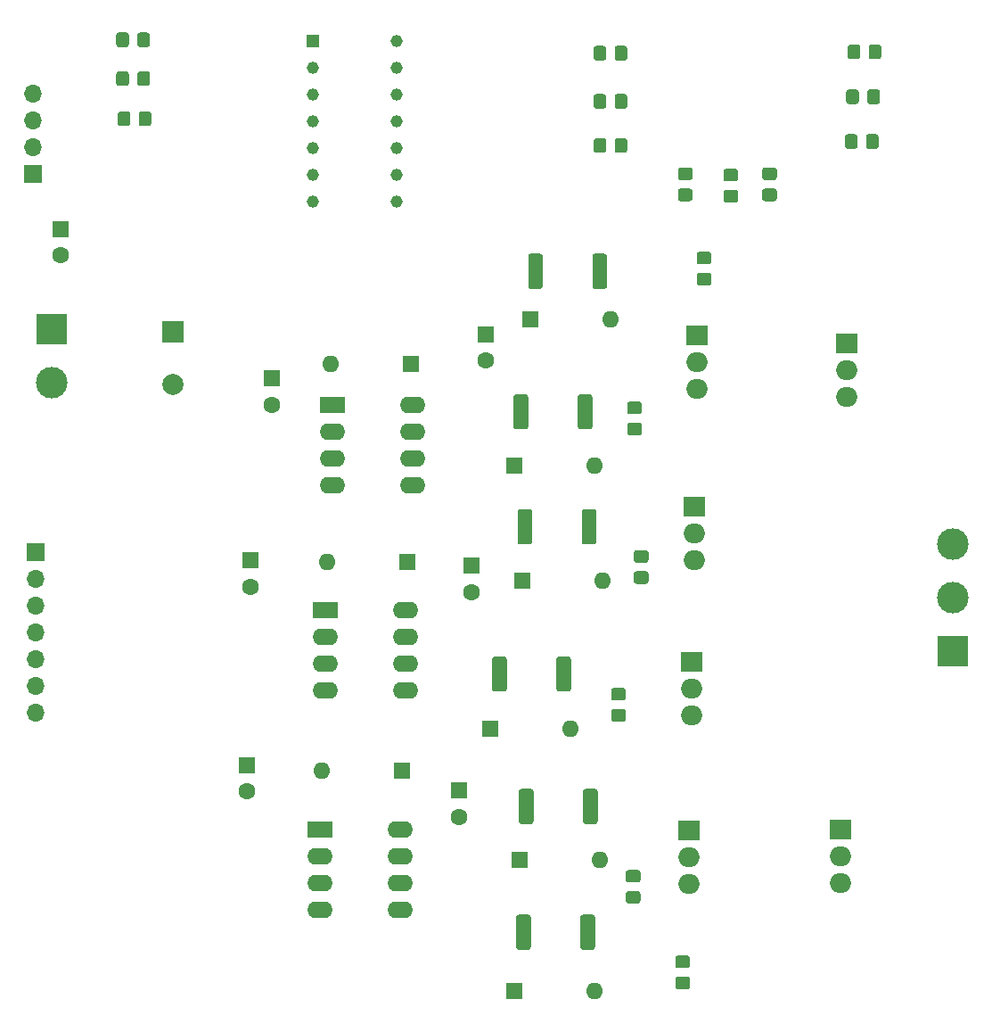
<source format=gts>
%TF.GenerationSoftware,KiCad,Pcbnew,(5.1.8)-1*%
%TF.CreationDate,2020-12-20T02:03:12+03:00*%
%TF.ProjectId,BLDC_SensorlessWithLM339,424c4443-5f53-4656-9e73-6f726c657373,0.3*%
%TF.SameCoordinates,Original*%
%TF.FileFunction,Soldermask,Top*%
%TF.FilePolarity,Negative*%
%FSLAX46Y46*%
G04 Gerber Fmt 4.6, Leading zero omitted, Abs format (unit mm)*
G04 Created by KiCad (PCBNEW (5.1.8)-1) date 2020-12-20 02:03:12*
%MOMM*%
%LPD*%
G01*
G04 APERTURE LIST*
%ADD10C,1.170000*%
%ADD11R,1.170000X1.170000*%
%ADD12O,2.400000X1.600000*%
%ADD13R,2.400000X1.600000*%
%ADD14O,2.000000X1.905000*%
%ADD15R,2.000000X1.905000*%
%ADD16C,3.000000*%
%ADD17R,3.000000X3.000000*%
%ADD18O,1.700000X1.700000*%
%ADD19R,1.700000X1.700000*%
%ADD20O,1.600000X1.600000*%
%ADD21R,1.600000X1.600000*%
%ADD22C,2.000000*%
%ADD23R,2.000000X2.000000*%
%ADD24C,1.600000*%
G04 APERTURE END LIST*
D10*
%TO.C,U4*%
X50071000Y-17272000D03*
X50071000Y-19812000D03*
X50071000Y-22352000D03*
X50071000Y-24892000D03*
X50071000Y-27432000D03*
X50071000Y-29972000D03*
X50071000Y-32512000D03*
X42131000Y-32512000D03*
X42131000Y-29972000D03*
X42131000Y-27432000D03*
X42131000Y-24892000D03*
X42131000Y-22352000D03*
X42131000Y-19812000D03*
D11*
X42131000Y-17272000D03*
%TD*%
D12*
%TO.C,U3*%
X50419000Y-92075000D03*
X42799000Y-99695000D03*
X50419000Y-94615000D03*
X42799000Y-97155000D03*
X50419000Y-97155000D03*
X42799000Y-94615000D03*
X50419000Y-99695000D03*
D13*
X42799000Y-92075000D03*
%TD*%
D12*
%TO.C,U2*%
X50927000Y-71247000D03*
X43307000Y-78867000D03*
X50927000Y-73787000D03*
X43307000Y-76327000D03*
X50927000Y-76327000D03*
X43307000Y-73787000D03*
X50927000Y-78867000D03*
D13*
X43307000Y-71247000D03*
%TD*%
D12*
%TO.C,U1*%
X51562000Y-51816000D03*
X43942000Y-59436000D03*
X51562000Y-54356000D03*
X43942000Y-56896000D03*
X51562000Y-56896000D03*
X43942000Y-54356000D03*
X51562000Y-59436000D03*
D13*
X43942000Y-51816000D03*
%TD*%
%TO.C,R24*%
G36*
G01*
X93834000Y-26346999D02*
X93834000Y-27247001D01*
G75*
G02*
X93584001Y-27497000I-249999J0D01*
G01*
X92883999Y-27497000D01*
G75*
G02*
X92634000Y-27247001I0J249999D01*
G01*
X92634000Y-26346999D01*
G75*
G02*
X92883999Y-26097000I249999J0D01*
G01*
X93584001Y-26097000D01*
G75*
G02*
X93834000Y-26346999I0J-249999D01*
G01*
G37*
G36*
G01*
X95834000Y-26346999D02*
X95834000Y-27247001D01*
G75*
G02*
X95584001Y-27497000I-249999J0D01*
G01*
X94883999Y-27497000D01*
G75*
G02*
X94634000Y-27247001I0J249999D01*
G01*
X94634000Y-26346999D01*
G75*
G02*
X94883999Y-26097000I249999J0D01*
G01*
X95584001Y-26097000D01*
G75*
G02*
X95834000Y-26346999I0J-249999D01*
G01*
G37*
%TD*%
%TO.C,R23*%
G36*
G01*
X93961000Y-22092499D02*
X93961000Y-22992501D01*
G75*
G02*
X93711001Y-23242500I-249999J0D01*
G01*
X93010999Y-23242500D01*
G75*
G02*
X92761000Y-22992501I0J249999D01*
G01*
X92761000Y-22092499D01*
G75*
G02*
X93010999Y-21842500I249999J0D01*
G01*
X93711001Y-21842500D01*
G75*
G02*
X93961000Y-22092499I0J-249999D01*
G01*
G37*
G36*
G01*
X95961000Y-22092499D02*
X95961000Y-22992501D01*
G75*
G02*
X95711001Y-23242500I-249999J0D01*
G01*
X95010999Y-23242500D01*
G75*
G02*
X94761000Y-22992501I0J249999D01*
G01*
X94761000Y-22092499D01*
G75*
G02*
X95010999Y-21842500I249999J0D01*
G01*
X95711001Y-21842500D01*
G75*
G02*
X95961000Y-22092499I0J-249999D01*
G01*
G37*
%TD*%
%TO.C,R22*%
G36*
G01*
X94088000Y-17837999D02*
X94088000Y-18738001D01*
G75*
G02*
X93838001Y-18988000I-249999J0D01*
G01*
X93137999Y-18988000D01*
G75*
G02*
X92888000Y-18738001I0J249999D01*
G01*
X92888000Y-17837999D01*
G75*
G02*
X93137999Y-17588000I249999J0D01*
G01*
X93838001Y-17588000D01*
G75*
G02*
X94088000Y-17837999I0J-249999D01*
G01*
G37*
G36*
G01*
X96088000Y-17837999D02*
X96088000Y-18738001D01*
G75*
G02*
X95838001Y-18988000I-249999J0D01*
G01*
X95137999Y-18988000D01*
G75*
G02*
X94888000Y-18738001I0J249999D01*
G01*
X94888000Y-17837999D01*
G75*
G02*
X95137999Y-17588000I249999J0D01*
G01*
X95838001Y-17588000D01*
G75*
G02*
X96088000Y-17837999I0J-249999D01*
G01*
G37*
%TD*%
%TO.C,R21*%
G36*
G01*
X85921001Y-30461000D02*
X85020999Y-30461000D01*
G75*
G02*
X84771000Y-30211001I0J249999D01*
G01*
X84771000Y-29510999D01*
G75*
G02*
X85020999Y-29261000I249999J0D01*
G01*
X85921001Y-29261000D01*
G75*
G02*
X86171000Y-29510999I0J-249999D01*
G01*
X86171000Y-30211001D01*
G75*
G02*
X85921001Y-30461000I-249999J0D01*
G01*
G37*
G36*
G01*
X85921001Y-32461000D02*
X85020999Y-32461000D01*
G75*
G02*
X84771000Y-32211001I0J249999D01*
G01*
X84771000Y-31510999D01*
G75*
G02*
X85020999Y-31261000I249999J0D01*
G01*
X85921001Y-31261000D01*
G75*
G02*
X86171000Y-31510999I0J-249999D01*
G01*
X86171000Y-32211001D01*
G75*
G02*
X85921001Y-32461000I-249999J0D01*
G01*
G37*
%TD*%
%TO.C,R20*%
G36*
G01*
X82238001Y-30588000D02*
X81337999Y-30588000D01*
G75*
G02*
X81088000Y-30338001I0J249999D01*
G01*
X81088000Y-29637999D01*
G75*
G02*
X81337999Y-29388000I249999J0D01*
G01*
X82238001Y-29388000D01*
G75*
G02*
X82488000Y-29637999I0J-249999D01*
G01*
X82488000Y-30338001D01*
G75*
G02*
X82238001Y-30588000I-249999J0D01*
G01*
G37*
G36*
G01*
X82238001Y-32588000D02*
X81337999Y-32588000D01*
G75*
G02*
X81088000Y-32338001I0J249999D01*
G01*
X81088000Y-31637999D01*
G75*
G02*
X81337999Y-31388000I249999J0D01*
G01*
X82238001Y-31388000D01*
G75*
G02*
X82488000Y-31637999I0J-249999D01*
G01*
X82488000Y-32338001D01*
G75*
G02*
X82238001Y-32588000I-249999J0D01*
G01*
G37*
%TD*%
%TO.C,R19*%
G36*
G01*
X77920001Y-30461000D02*
X77019999Y-30461000D01*
G75*
G02*
X76770000Y-30211001I0J249999D01*
G01*
X76770000Y-29510999D01*
G75*
G02*
X77019999Y-29261000I249999J0D01*
G01*
X77920001Y-29261000D01*
G75*
G02*
X78170000Y-29510999I0J-249999D01*
G01*
X78170000Y-30211001D01*
G75*
G02*
X77920001Y-30461000I-249999J0D01*
G01*
G37*
G36*
G01*
X77920001Y-32461000D02*
X77019999Y-32461000D01*
G75*
G02*
X76770000Y-32211001I0J249999D01*
G01*
X76770000Y-31510999D01*
G75*
G02*
X77019999Y-31261000I249999J0D01*
G01*
X77920001Y-31261000D01*
G75*
G02*
X78170000Y-31510999I0J-249999D01*
G01*
X78170000Y-32211001D01*
G75*
G02*
X77920001Y-32461000I-249999J0D01*
G01*
G37*
%TD*%
%TO.C,R18*%
G36*
G01*
X69958000Y-26727999D02*
X69958000Y-27628001D01*
G75*
G02*
X69708001Y-27878000I-249999J0D01*
G01*
X69007999Y-27878000D01*
G75*
G02*
X68758000Y-27628001I0J249999D01*
G01*
X68758000Y-26727999D01*
G75*
G02*
X69007999Y-26478000I249999J0D01*
G01*
X69708001Y-26478000D01*
G75*
G02*
X69958000Y-26727999I0J-249999D01*
G01*
G37*
G36*
G01*
X71958000Y-26727999D02*
X71958000Y-27628001D01*
G75*
G02*
X71708001Y-27878000I-249999J0D01*
G01*
X71007999Y-27878000D01*
G75*
G02*
X70758000Y-27628001I0J249999D01*
G01*
X70758000Y-26727999D01*
G75*
G02*
X71007999Y-26478000I249999J0D01*
G01*
X71708001Y-26478000D01*
G75*
G02*
X71958000Y-26727999I0J-249999D01*
G01*
G37*
%TD*%
%TO.C,R17*%
G36*
G01*
X69958000Y-22536999D02*
X69958000Y-23437001D01*
G75*
G02*
X69708001Y-23687000I-249999J0D01*
G01*
X69007999Y-23687000D01*
G75*
G02*
X68758000Y-23437001I0J249999D01*
G01*
X68758000Y-22536999D01*
G75*
G02*
X69007999Y-22287000I249999J0D01*
G01*
X69708001Y-22287000D01*
G75*
G02*
X69958000Y-22536999I0J-249999D01*
G01*
G37*
G36*
G01*
X71958000Y-22536999D02*
X71958000Y-23437001D01*
G75*
G02*
X71708001Y-23687000I-249999J0D01*
G01*
X71007999Y-23687000D01*
G75*
G02*
X70758000Y-23437001I0J249999D01*
G01*
X70758000Y-22536999D01*
G75*
G02*
X71007999Y-22287000I249999J0D01*
G01*
X71708001Y-22287000D01*
G75*
G02*
X71958000Y-22536999I0J-249999D01*
G01*
G37*
%TD*%
%TO.C,R16*%
G36*
G01*
X69958000Y-17964999D02*
X69958000Y-18865001D01*
G75*
G02*
X69708001Y-19115000I-249999J0D01*
G01*
X69007999Y-19115000D01*
G75*
G02*
X68758000Y-18865001I0J249999D01*
G01*
X68758000Y-17964999D01*
G75*
G02*
X69007999Y-17715000I249999J0D01*
G01*
X69708001Y-17715000D01*
G75*
G02*
X69958000Y-17964999I0J-249999D01*
G01*
G37*
G36*
G01*
X71958000Y-17964999D02*
X71958000Y-18865001D01*
G75*
G02*
X71708001Y-19115000I-249999J0D01*
G01*
X71007999Y-19115000D01*
G75*
G02*
X70758000Y-18865001I0J249999D01*
G01*
X70758000Y-17964999D01*
G75*
G02*
X71007999Y-17715000I249999J0D01*
G01*
X71708001Y-17715000D01*
G75*
G02*
X71958000Y-17964999I0J-249999D01*
G01*
G37*
%TD*%
%TO.C,R15*%
G36*
G01*
X72193999Y-53486000D02*
X73094001Y-53486000D01*
G75*
G02*
X73344000Y-53735999I0J-249999D01*
G01*
X73344000Y-54436001D01*
G75*
G02*
X73094001Y-54686000I-249999J0D01*
G01*
X72193999Y-54686000D01*
G75*
G02*
X71944000Y-54436001I0J249999D01*
G01*
X71944000Y-53735999D01*
G75*
G02*
X72193999Y-53486000I249999J0D01*
G01*
G37*
G36*
G01*
X72193999Y-51486000D02*
X73094001Y-51486000D01*
G75*
G02*
X73344000Y-51735999I0J-249999D01*
G01*
X73344000Y-52436001D01*
G75*
G02*
X73094001Y-52686000I-249999J0D01*
G01*
X72193999Y-52686000D01*
G75*
G02*
X71944000Y-52436001I0J249999D01*
G01*
X71944000Y-51735999D01*
G75*
G02*
X72193999Y-51486000I249999J0D01*
G01*
G37*
%TD*%
%TO.C,R14*%
G36*
G01*
X78797999Y-39262000D02*
X79698001Y-39262000D01*
G75*
G02*
X79948000Y-39511999I0J-249999D01*
G01*
X79948000Y-40212001D01*
G75*
G02*
X79698001Y-40462000I-249999J0D01*
G01*
X78797999Y-40462000D01*
G75*
G02*
X78548000Y-40212001I0J249999D01*
G01*
X78548000Y-39511999D01*
G75*
G02*
X78797999Y-39262000I249999J0D01*
G01*
G37*
G36*
G01*
X78797999Y-37262000D02*
X79698001Y-37262000D01*
G75*
G02*
X79948000Y-37511999I0J-249999D01*
G01*
X79948000Y-38212001D01*
G75*
G02*
X79698001Y-38462000I-249999J0D01*
G01*
X78797999Y-38462000D01*
G75*
G02*
X78548000Y-38212001I0J249999D01*
G01*
X78548000Y-37511999D01*
G75*
G02*
X78797999Y-37262000I249999J0D01*
G01*
G37*
%TD*%
%TO.C,R13*%
G36*
G01*
X76765999Y-106064000D02*
X77666001Y-106064000D01*
G75*
G02*
X77916000Y-106313999I0J-249999D01*
G01*
X77916000Y-107014001D01*
G75*
G02*
X77666001Y-107264000I-249999J0D01*
G01*
X76765999Y-107264000D01*
G75*
G02*
X76516000Y-107014001I0J249999D01*
G01*
X76516000Y-106313999D01*
G75*
G02*
X76765999Y-106064000I249999J0D01*
G01*
G37*
G36*
G01*
X76765999Y-104064000D02*
X77666001Y-104064000D01*
G75*
G02*
X77916000Y-104313999I0J-249999D01*
G01*
X77916000Y-105014001D01*
G75*
G02*
X77666001Y-105264000I-249999J0D01*
G01*
X76765999Y-105264000D01*
G75*
G02*
X76516000Y-105014001I0J249999D01*
G01*
X76516000Y-104313999D01*
G75*
G02*
X76765999Y-104064000I249999J0D01*
G01*
G37*
%TD*%
%TO.C,R12*%
G36*
G01*
X67247000Y-53876001D02*
X67247000Y-51025999D01*
G75*
G02*
X67496999Y-50776000I249999J0D01*
G01*
X68397001Y-50776000D01*
G75*
G02*
X68647000Y-51025999I0J-249999D01*
G01*
X68647000Y-53876001D01*
G75*
G02*
X68397001Y-54126000I-249999J0D01*
G01*
X67496999Y-54126000D01*
G75*
G02*
X67247000Y-53876001I0J249999D01*
G01*
G37*
G36*
G01*
X61147000Y-53876001D02*
X61147000Y-51025999D01*
G75*
G02*
X61396999Y-50776000I249999J0D01*
G01*
X62297001Y-50776000D01*
G75*
G02*
X62547000Y-51025999I0J-249999D01*
G01*
X62547000Y-53876001D01*
G75*
G02*
X62297001Y-54126000I-249999J0D01*
G01*
X61396999Y-54126000D01*
G75*
G02*
X61147000Y-53876001I0J249999D01*
G01*
G37*
%TD*%
%TO.C,R11*%
G36*
G01*
X68644000Y-40541001D02*
X68644000Y-37690999D01*
G75*
G02*
X68893999Y-37441000I249999J0D01*
G01*
X69794001Y-37441000D01*
G75*
G02*
X70044000Y-37690999I0J-249999D01*
G01*
X70044000Y-40541001D01*
G75*
G02*
X69794001Y-40791000I-249999J0D01*
G01*
X68893999Y-40791000D01*
G75*
G02*
X68644000Y-40541001I0J249999D01*
G01*
G37*
G36*
G01*
X62544000Y-40541001D02*
X62544000Y-37690999D01*
G75*
G02*
X62793999Y-37441000I249999J0D01*
G01*
X63694001Y-37441000D01*
G75*
G02*
X63944000Y-37690999I0J-249999D01*
G01*
X63944000Y-40541001D01*
G75*
G02*
X63694001Y-40791000I-249999J0D01*
G01*
X62793999Y-40791000D01*
G75*
G02*
X62544000Y-40541001I0J249999D01*
G01*
G37*
%TD*%
%TO.C,R10*%
G36*
G01*
X72828999Y-67583000D02*
X73729001Y-67583000D01*
G75*
G02*
X73979000Y-67832999I0J-249999D01*
G01*
X73979000Y-68533001D01*
G75*
G02*
X73729001Y-68783000I-249999J0D01*
G01*
X72828999Y-68783000D01*
G75*
G02*
X72579000Y-68533001I0J249999D01*
G01*
X72579000Y-67832999D01*
G75*
G02*
X72828999Y-67583000I249999J0D01*
G01*
G37*
G36*
G01*
X72828999Y-65583000D02*
X73729001Y-65583000D01*
G75*
G02*
X73979000Y-65832999I0J-249999D01*
G01*
X73979000Y-66533001D01*
G75*
G02*
X73729001Y-66783000I-249999J0D01*
G01*
X72828999Y-66783000D01*
G75*
G02*
X72579000Y-66533001I0J249999D01*
G01*
X72579000Y-65832999D01*
G75*
G02*
X72828999Y-65583000I249999J0D01*
G01*
G37*
%TD*%
%TO.C,R9*%
G36*
G01*
X72066999Y-97936000D02*
X72967001Y-97936000D01*
G75*
G02*
X73217000Y-98185999I0J-249999D01*
G01*
X73217000Y-98886001D01*
G75*
G02*
X72967001Y-99136000I-249999J0D01*
G01*
X72066999Y-99136000D01*
G75*
G02*
X71817000Y-98886001I0J249999D01*
G01*
X71817000Y-98185999D01*
G75*
G02*
X72066999Y-97936000I249999J0D01*
G01*
G37*
G36*
G01*
X72066999Y-95936000D02*
X72967001Y-95936000D01*
G75*
G02*
X73217000Y-96185999I0J-249999D01*
G01*
X73217000Y-96886001D01*
G75*
G02*
X72967001Y-97136000I-249999J0D01*
G01*
X72066999Y-97136000D01*
G75*
G02*
X71817000Y-96886001I0J249999D01*
G01*
X71817000Y-96185999D01*
G75*
G02*
X72066999Y-95936000I249999J0D01*
G01*
G37*
%TD*%
%TO.C,R8*%
G36*
G01*
X70669999Y-80664000D02*
X71570001Y-80664000D01*
G75*
G02*
X71820000Y-80913999I0J-249999D01*
G01*
X71820000Y-81614001D01*
G75*
G02*
X71570001Y-81864000I-249999J0D01*
G01*
X70669999Y-81864000D01*
G75*
G02*
X70420000Y-81614001I0J249999D01*
G01*
X70420000Y-80913999D01*
G75*
G02*
X70669999Y-80664000I249999J0D01*
G01*
G37*
G36*
G01*
X70669999Y-78664000D02*
X71570001Y-78664000D01*
G75*
G02*
X71820000Y-78913999I0J-249999D01*
G01*
X71820000Y-79614001D01*
G75*
G02*
X71570001Y-79864000I-249999J0D01*
G01*
X70669999Y-79864000D01*
G75*
G02*
X70420000Y-79614001I0J249999D01*
G01*
X70420000Y-78913999D01*
G75*
G02*
X70669999Y-78664000I249999J0D01*
G01*
G37*
%TD*%
%TO.C,R7*%
G36*
G01*
X67501000Y-103279001D02*
X67501000Y-100428999D01*
G75*
G02*
X67750999Y-100179000I249999J0D01*
G01*
X68651001Y-100179000D01*
G75*
G02*
X68901000Y-100428999I0J-249999D01*
G01*
X68901000Y-103279001D01*
G75*
G02*
X68651001Y-103529000I-249999J0D01*
G01*
X67750999Y-103529000D01*
G75*
G02*
X67501000Y-103279001I0J249999D01*
G01*
G37*
G36*
G01*
X61401000Y-103279001D02*
X61401000Y-100428999D01*
G75*
G02*
X61650999Y-100179000I249999J0D01*
G01*
X62551001Y-100179000D01*
G75*
G02*
X62801000Y-100428999I0J-249999D01*
G01*
X62801000Y-103279001D01*
G75*
G02*
X62551001Y-103529000I-249999J0D01*
G01*
X61650999Y-103529000D01*
G75*
G02*
X61401000Y-103279001I0J249999D01*
G01*
G37*
%TD*%
%TO.C,R6*%
G36*
G01*
X65215000Y-78768001D02*
X65215000Y-75917999D01*
G75*
G02*
X65464999Y-75668000I249999J0D01*
G01*
X66365001Y-75668000D01*
G75*
G02*
X66615000Y-75917999I0J-249999D01*
G01*
X66615000Y-78768001D01*
G75*
G02*
X66365001Y-79018000I-249999J0D01*
G01*
X65464999Y-79018000D01*
G75*
G02*
X65215000Y-78768001I0J249999D01*
G01*
G37*
G36*
G01*
X59115000Y-78768001D02*
X59115000Y-75917999D01*
G75*
G02*
X59364999Y-75668000I249999J0D01*
G01*
X60265001Y-75668000D01*
G75*
G02*
X60515000Y-75917999I0J-249999D01*
G01*
X60515000Y-78768001D01*
G75*
G02*
X60265001Y-79018000I-249999J0D01*
G01*
X59364999Y-79018000D01*
G75*
G02*
X59115000Y-78768001I0J249999D01*
G01*
G37*
%TD*%
%TO.C,R5*%
G36*
G01*
X67628000Y-64798001D02*
X67628000Y-61947999D01*
G75*
G02*
X67877999Y-61698000I249999J0D01*
G01*
X68778001Y-61698000D01*
G75*
G02*
X69028000Y-61947999I0J-249999D01*
G01*
X69028000Y-64798001D01*
G75*
G02*
X68778001Y-65048000I-249999J0D01*
G01*
X67877999Y-65048000D01*
G75*
G02*
X67628000Y-64798001I0J249999D01*
G01*
G37*
G36*
G01*
X61528000Y-64798001D02*
X61528000Y-61947999D01*
G75*
G02*
X61777999Y-61698000I249999J0D01*
G01*
X62678001Y-61698000D01*
G75*
G02*
X62928000Y-61947999I0J-249999D01*
G01*
X62928000Y-64798001D01*
G75*
G02*
X62678001Y-65048000I-249999J0D01*
G01*
X61777999Y-65048000D01*
G75*
G02*
X61528000Y-64798001I0J249999D01*
G01*
G37*
%TD*%
%TO.C,R4*%
G36*
G01*
X67755000Y-91341001D02*
X67755000Y-88490999D01*
G75*
G02*
X68004999Y-88241000I249999J0D01*
G01*
X68905001Y-88241000D01*
G75*
G02*
X69155000Y-88490999I0J-249999D01*
G01*
X69155000Y-91341001D01*
G75*
G02*
X68905001Y-91591000I-249999J0D01*
G01*
X68004999Y-91591000D01*
G75*
G02*
X67755000Y-91341001I0J249999D01*
G01*
G37*
G36*
G01*
X61655000Y-91341001D02*
X61655000Y-88490999D01*
G75*
G02*
X61904999Y-88241000I249999J0D01*
G01*
X62805001Y-88241000D01*
G75*
G02*
X63055000Y-88490999I0J-249999D01*
G01*
X63055000Y-91341001D01*
G75*
G02*
X62805001Y-91591000I-249999J0D01*
G01*
X61904999Y-91591000D01*
G75*
G02*
X61655000Y-91341001I0J249999D01*
G01*
G37*
%TD*%
%TO.C,R3*%
G36*
G01*
X25419000Y-17595001D02*
X25419000Y-16694999D01*
G75*
G02*
X25668999Y-16445000I249999J0D01*
G01*
X26369001Y-16445000D01*
G75*
G02*
X26619000Y-16694999I0J-249999D01*
G01*
X26619000Y-17595001D01*
G75*
G02*
X26369001Y-17845000I-249999J0D01*
G01*
X25668999Y-17845000D01*
G75*
G02*
X25419000Y-17595001I0J249999D01*
G01*
G37*
G36*
G01*
X23419000Y-17595001D02*
X23419000Y-16694999D01*
G75*
G02*
X23668999Y-16445000I249999J0D01*
G01*
X24369001Y-16445000D01*
G75*
G02*
X24619000Y-16694999I0J-249999D01*
G01*
X24619000Y-17595001D01*
G75*
G02*
X24369001Y-17845000I-249999J0D01*
G01*
X23668999Y-17845000D01*
G75*
G02*
X23419000Y-17595001I0J249999D01*
G01*
G37*
%TD*%
%TO.C,R2*%
G36*
G01*
X25419000Y-21278001D02*
X25419000Y-20377999D01*
G75*
G02*
X25668999Y-20128000I249999J0D01*
G01*
X26369001Y-20128000D01*
G75*
G02*
X26619000Y-20377999I0J-249999D01*
G01*
X26619000Y-21278001D01*
G75*
G02*
X26369001Y-21528000I-249999J0D01*
G01*
X25668999Y-21528000D01*
G75*
G02*
X25419000Y-21278001I0J249999D01*
G01*
G37*
G36*
G01*
X23419000Y-21278001D02*
X23419000Y-20377999D01*
G75*
G02*
X23668999Y-20128000I249999J0D01*
G01*
X24369001Y-20128000D01*
G75*
G02*
X24619000Y-20377999I0J-249999D01*
G01*
X24619000Y-21278001D01*
G75*
G02*
X24369001Y-21528000I-249999J0D01*
G01*
X23668999Y-21528000D01*
G75*
G02*
X23419000Y-21278001I0J249999D01*
G01*
G37*
%TD*%
%TO.C,R1*%
G36*
G01*
X25546000Y-25088001D02*
X25546000Y-24187999D01*
G75*
G02*
X25795999Y-23938000I249999J0D01*
G01*
X26496001Y-23938000D01*
G75*
G02*
X26746000Y-24187999I0J-249999D01*
G01*
X26746000Y-25088001D01*
G75*
G02*
X26496001Y-25338000I-249999J0D01*
G01*
X25795999Y-25338000D01*
G75*
G02*
X25546000Y-25088001I0J249999D01*
G01*
G37*
G36*
G01*
X23546000Y-25088001D02*
X23546000Y-24187999D01*
G75*
G02*
X23795999Y-23938000I249999J0D01*
G01*
X24496001Y-23938000D01*
G75*
G02*
X24746000Y-24187999I0J-249999D01*
G01*
X24746000Y-25088001D01*
G75*
G02*
X24496001Y-25338000I-249999J0D01*
G01*
X23795999Y-25338000D01*
G75*
G02*
X23546000Y-25088001I0J249999D01*
G01*
G37*
%TD*%
D14*
%TO.C,Q6*%
X92202000Y-97155000D03*
X92202000Y-94615000D03*
D15*
X92202000Y-92075000D03*
%TD*%
D14*
%TO.C,Q5*%
X77851000Y-97282000D03*
X77851000Y-94742000D03*
D15*
X77851000Y-92202000D03*
%TD*%
D14*
%TO.C,Q4*%
X78613000Y-50292000D03*
X78613000Y-47752000D03*
D15*
X78613000Y-45212000D03*
%TD*%
D14*
%TO.C,Q3*%
X92837000Y-51054000D03*
X92837000Y-48514000D03*
D15*
X92837000Y-45974000D03*
%TD*%
D14*
%TO.C,Q2*%
X78105000Y-81280000D03*
X78105000Y-78740000D03*
D15*
X78105000Y-76200000D03*
%TD*%
D14*
%TO.C,Q1*%
X78359000Y-66548000D03*
X78359000Y-64008000D03*
D15*
X78359000Y-61468000D03*
%TD*%
D16*
%TO.C,J4*%
X102870000Y-65024000D03*
X102870000Y-70104000D03*
D17*
X102870000Y-75184000D03*
%TD*%
D16*
%TO.C,J3*%
X17272000Y-49657000D03*
D17*
X17272000Y-44577000D03*
%TD*%
D18*
%TO.C,J2*%
X15468600Y-22225000D03*
X15468600Y-24765000D03*
X15468600Y-27305000D03*
D19*
X15468600Y-29845000D03*
%TD*%
D18*
%TO.C,J1*%
X15748000Y-81026000D03*
X15748000Y-78486000D03*
X15748000Y-75946000D03*
X15748000Y-73406000D03*
X15748000Y-70866000D03*
X15748000Y-68326000D03*
D19*
X15748000Y-65786000D03*
%TD*%
D20*
%TO.C,D9*%
X70358000Y-43688000D03*
D21*
X62738000Y-43688000D03*
%TD*%
D20*
%TO.C,D8*%
X68834000Y-57531000D03*
D21*
X61214000Y-57531000D03*
%TD*%
D20*
%TO.C,D7*%
X68834000Y-107442000D03*
D21*
X61214000Y-107442000D03*
%TD*%
D20*
%TO.C,D6*%
X66548000Y-82550000D03*
D21*
X58928000Y-82550000D03*
%TD*%
D20*
%TO.C,D5*%
X69596000Y-68453000D03*
D21*
X61976000Y-68453000D03*
%TD*%
D20*
%TO.C,D4*%
X69342000Y-94996000D03*
D21*
X61722000Y-94996000D03*
%TD*%
D20*
%TO.C,D3*%
X42926000Y-86487000D03*
D21*
X50546000Y-86487000D03*
%TD*%
D20*
%TO.C,D2*%
X43815000Y-47879000D03*
D21*
X51435000Y-47879000D03*
%TD*%
D20*
%TO.C,D1*%
X43434000Y-66675000D03*
D21*
X51054000Y-66675000D03*
%TD*%
D22*
%TO.C,C8*%
X28829000Y-49831000D03*
D23*
X28829000Y-44831000D03*
%TD*%
D24*
%TO.C,C7*%
X58547000Y-47585000D03*
D21*
X58547000Y-45085000D03*
%TD*%
D24*
%TO.C,C6*%
X57150000Y-69556000D03*
D21*
X57150000Y-67056000D03*
%TD*%
D24*
%TO.C,C5*%
X56007000Y-90892000D03*
D21*
X56007000Y-88392000D03*
%TD*%
D24*
%TO.C,C4*%
X35814000Y-88479000D03*
D21*
X35814000Y-85979000D03*
%TD*%
D24*
%TO.C,C3*%
X36195000Y-69048000D03*
D21*
X36195000Y-66548000D03*
%TD*%
D24*
%TO.C,C2*%
X38227000Y-51776000D03*
D21*
X38227000Y-49276000D03*
%TD*%
D24*
%TO.C,C1*%
X18135600Y-37602800D03*
D21*
X18135600Y-35102800D03*
%TD*%
M02*

</source>
